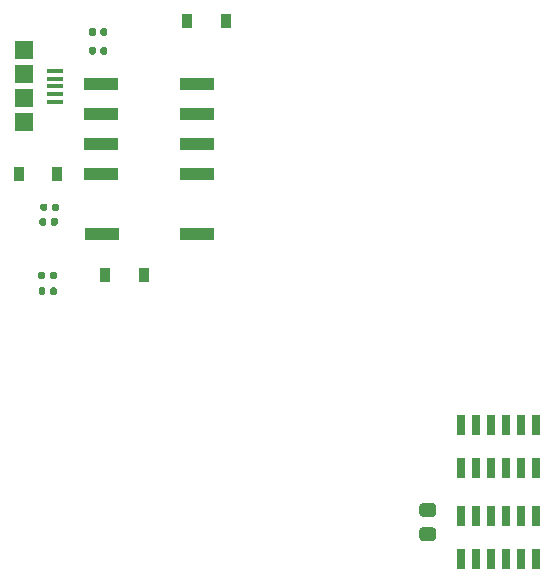
<source format=gbr>
G04 #@! TF.GenerationSoftware,KiCad,Pcbnew,5.1.6+dfsg1-1~bpo10+1*
G04 #@! TF.CreationDate,2021-03-28T20:23:35-04:00*
G04 #@! TF.ProjectId,RUSP_Daughterboard,52555350-5f44-4617-9567-68746572626f,rev?*
G04 #@! TF.SameCoordinates,Original*
G04 #@! TF.FileFunction,Paste,Bot*
G04 #@! TF.FilePolarity,Positive*
%FSLAX46Y46*%
G04 Gerber Fmt 4.6, Leading zero omitted, Abs format (unit mm)*
G04 Created by KiCad (PCBNEW 5.1.6+dfsg1-1~bpo10+1) date 2021-03-28 20:23:35*
%MOMM*%
%LPD*%
G01*
G04 APERTURE LIST*
%ADD10R,1.350000X0.450000*%
%ADD11R,1.550000X1.500000*%
%ADD12R,0.900000X1.200000*%
%ADD13R,0.740000X1.675000*%
%ADD14R,3.000000X1.110000*%
G04 APERTURE END LIST*
D10*
X125675000Y-98300000D03*
X125675000Y-97650000D03*
X125675000Y-97000000D03*
X125675000Y-96350000D03*
X125675000Y-95700000D03*
D11*
X123000000Y-98000000D03*
X123000000Y-96000000D03*
X123000000Y-100050000D03*
X123000000Y-93950000D03*
G36*
G01*
X129490000Y-94172500D02*
X129490000Y-93827500D01*
G75*
G02*
X129637500Y-93680000I147500J0D01*
G01*
X129932500Y-93680000D01*
G75*
G02*
X130080000Y-93827500I0J-147500D01*
G01*
X130080000Y-94172500D01*
G75*
G02*
X129932500Y-94320000I-147500J0D01*
G01*
X129637500Y-94320000D01*
G75*
G02*
X129490000Y-94172500I0J147500D01*
G01*
G37*
G36*
G01*
X128520000Y-94172500D02*
X128520000Y-93827500D01*
G75*
G02*
X128667500Y-93680000I147500J0D01*
G01*
X128962500Y-93680000D01*
G75*
G02*
X129110000Y-93827500I0J-147500D01*
G01*
X129110000Y-94172500D01*
G75*
G02*
X128962500Y-94320000I-147500J0D01*
G01*
X128667500Y-94320000D01*
G75*
G02*
X128520000Y-94172500I0J147500D01*
G01*
G37*
G36*
G01*
X124835000Y-114177500D02*
X124835000Y-114522500D01*
G75*
G02*
X124687500Y-114670000I-147500J0D01*
G01*
X124392500Y-114670000D01*
G75*
G02*
X124245000Y-114522500I0J147500D01*
G01*
X124245000Y-114177500D01*
G75*
G02*
X124392500Y-114030000I147500J0D01*
G01*
X124687500Y-114030000D01*
G75*
G02*
X124835000Y-114177500I0J-147500D01*
G01*
G37*
G36*
G01*
X125805000Y-114177500D02*
X125805000Y-114522500D01*
G75*
G02*
X125657500Y-114670000I-147500J0D01*
G01*
X125362500Y-114670000D01*
G75*
G02*
X125215000Y-114522500I0J147500D01*
G01*
X125215000Y-114177500D01*
G75*
G02*
X125362500Y-114030000I147500J0D01*
G01*
X125657500Y-114030000D01*
G75*
G02*
X125805000Y-114177500I0J-147500D01*
G01*
G37*
G36*
G01*
X125970000Y-107077500D02*
X125970000Y-107422500D01*
G75*
G02*
X125822500Y-107570000I-147500J0D01*
G01*
X125527500Y-107570000D01*
G75*
G02*
X125380000Y-107422500I0J147500D01*
G01*
X125380000Y-107077500D01*
G75*
G02*
X125527500Y-106930000I147500J0D01*
G01*
X125822500Y-106930000D01*
G75*
G02*
X125970000Y-107077500I0J-147500D01*
G01*
G37*
G36*
G01*
X125000000Y-107077500D02*
X125000000Y-107422500D01*
G75*
G02*
X124852500Y-107570000I-147500J0D01*
G01*
X124557500Y-107570000D01*
G75*
G02*
X124410000Y-107422500I0J147500D01*
G01*
X124410000Y-107077500D01*
G75*
G02*
X124557500Y-106930000I147500J0D01*
G01*
X124852500Y-106930000D01*
G75*
G02*
X125000000Y-107077500I0J-147500D01*
G01*
G37*
G36*
G01*
X129490000Y-92572500D02*
X129490000Y-92227500D01*
G75*
G02*
X129637500Y-92080000I147500J0D01*
G01*
X129932500Y-92080000D01*
G75*
G02*
X130080000Y-92227500I0J-147500D01*
G01*
X130080000Y-92572500D01*
G75*
G02*
X129932500Y-92720000I-147500J0D01*
G01*
X129637500Y-92720000D01*
G75*
G02*
X129490000Y-92572500I0J147500D01*
G01*
G37*
G36*
G01*
X128520000Y-92572500D02*
X128520000Y-92227500D01*
G75*
G02*
X128667500Y-92080000I147500J0D01*
G01*
X128962500Y-92080000D01*
G75*
G02*
X129110000Y-92227500I0J-147500D01*
G01*
X129110000Y-92572500D01*
G75*
G02*
X128962500Y-92720000I-147500J0D01*
G01*
X128667500Y-92720000D01*
G75*
G02*
X128520000Y-92572500I0J147500D01*
G01*
G37*
G36*
G01*
X125795000Y-112852500D02*
X125795000Y-113197500D01*
G75*
G02*
X125647500Y-113345000I-147500J0D01*
G01*
X125352500Y-113345000D01*
G75*
G02*
X125205000Y-113197500I0J147500D01*
G01*
X125205000Y-112852500D01*
G75*
G02*
X125352500Y-112705000I147500J0D01*
G01*
X125647500Y-112705000D01*
G75*
G02*
X125795000Y-112852500I0J-147500D01*
G01*
G37*
G36*
G01*
X124825000Y-112852500D02*
X124825000Y-113197500D01*
G75*
G02*
X124677500Y-113345000I-147500J0D01*
G01*
X124382500Y-113345000D01*
G75*
G02*
X124235000Y-113197500I0J147500D01*
G01*
X124235000Y-112852500D01*
G75*
G02*
X124382500Y-112705000I147500J0D01*
G01*
X124677500Y-112705000D01*
G75*
G02*
X124825000Y-112852500I0J-147500D01*
G01*
G37*
G36*
G01*
X124910000Y-108302500D02*
X124910000Y-108647500D01*
G75*
G02*
X124762500Y-108795000I-147500J0D01*
G01*
X124467500Y-108795000D01*
G75*
G02*
X124320000Y-108647500I0J147500D01*
G01*
X124320000Y-108302500D01*
G75*
G02*
X124467500Y-108155000I147500J0D01*
G01*
X124762500Y-108155000D01*
G75*
G02*
X124910000Y-108302500I0J-147500D01*
G01*
G37*
G36*
G01*
X125880000Y-108302500D02*
X125880000Y-108647500D01*
G75*
G02*
X125732500Y-108795000I-147500J0D01*
G01*
X125437500Y-108795000D01*
G75*
G02*
X125290000Y-108647500I0J147500D01*
G01*
X125290000Y-108302500D01*
G75*
G02*
X125437500Y-108155000I147500J0D01*
G01*
X125732500Y-108155000D01*
G75*
G02*
X125880000Y-108302500I0J-147500D01*
G01*
G37*
D12*
X125850000Y-104400000D03*
X122550000Y-104400000D03*
D13*
X166375000Y-125660000D03*
X166375000Y-129340000D03*
X165105000Y-125660000D03*
X165105000Y-129340000D03*
X163835000Y-125660000D03*
X163835000Y-129340000D03*
X162565000Y-125660000D03*
X162565000Y-129340000D03*
X161295000Y-125660000D03*
X161295000Y-129340000D03*
X160025000Y-129340000D03*
X160025000Y-125660000D03*
X160025000Y-133360000D03*
X160025000Y-137040000D03*
X161295000Y-137040000D03*
X161295000Y-133360000D03*
X162565000Y-137040000D03*
X162565000Y-133360000D03*
X163835000Y-137040000D03*
X163835000Y-133360000D03*
X165105000Y-137040000D03*
X165105000Y-133360000D03*
X166375000Y-137040000D03*
X166375000Y-133360000D03*
G36*
G01*
X157650001Y-135500000D02*
X156749999Y-135500000D01*
G75*
G02*
X156500000Y-135250001I0J249999D01*
G01*
X156500000Y-134599999D01*
G75*
G02*
X156749999Y-134350000I249999J0D01*
G01*
X157650001Y-134350000D01*
G75*
G02*
X157900000Y-134599999I0J-249999D01*
G01*
X157900000Y-135250001D01*
G75*
G02*
X157650001Y-135500000I-249999J0D01*
G01*
G37*
G36*
G01*
X157650001Y-133450000D02*
X156749999Y-133450000D01*
G75*
G02*
X156500000Y-133200001I0J249999D01*
G01*
X156500000Y-132549999D01*
G75*
G02*
X156749999Y-132300000I249999J0D01*
G01*
X157650001Y-132300000D01*
G75*
G02*
X157900000Y-132549999I0J-249999D01*
G01*
X157900000Y-133200001D01*
G75*
G02*
X157650001Y-133450000I-249999J0D01*
G01*
G37*
D12*
X140100000Y-91475000D03*
X136800000Y-91475000D03*
X133175000Y-112950000D03*
X129875000Y-112950000D03*
D14*
X129630000Y-109530000D03*
X129502000Y-104450000D03*
X129502000Y-101910000D03*
X129502000Y-99370000D03*
X129502000Y-96830000D03*
X137630000Y-96830000D03*
X137630000Y-99370000D03*
X137630000Y-101910000D03*
X137630000Y-104450000D03*
X137630000Y-109530000D03*
M02*

</source>
